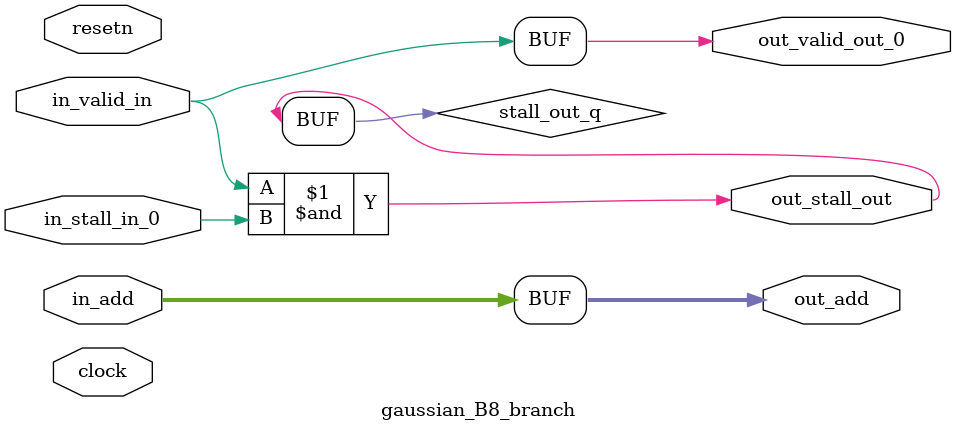
<source format=sv>



(* altera_attribute = "-name AUTO_SHIFT_REGISTER_RECOGNITION OFF; -name MESSAGE_DISABLE 10036; -name MESSAGE_DISABLE 10037; -name MESSAGE_DISABLE 14130; -name MESSAGE_DISABLE 14320; -name MESSAGE_DISABLE 15400; -name MESSAGE_DISABLE 14130; -name MESSAGE_DISABLE 10036; -name MESSAGE_DISABLE 12020; -name MESSAGE_DISABLE 12030; -name MESSAGE_DISABLE 12010; -name MESSAGE_DISABLE 12110; -name MESSAGE_DISABLE 14320; -name MESSAGE_DISABLE 13410; -name MESSAGE_DISABLE 113007; -name MESSAGE_DISABLE 10958" *)
module gaussian_B8_branch (
    input wire [31:0] in_add,
    input wire [0:0] in_stall_in_0,
    input wire [0:0] in_valid_in,
    output wire [31:0] out_add,
    output wire [0:0] out_stall_out,
    output wire [0:0] out_valid_out_0,
    input wire clock,
    input wire resetn
    );

    wire [0:0] stall_out_q;


    // out_add(GPOUT,5)
    assign out_add = in_add;

    // stall_out(LOGICAL,8)
    assign stall_out_q = in_valid_in & in_stall_in_0;

    // out_stall_out(GPOUT,6)
    assign out_stall_out = stall_out_q;

    // out_valid_out_0(GPOUT,7)
    assign out_valid_out_0 = in_valid_in;

endmodule

</source>
